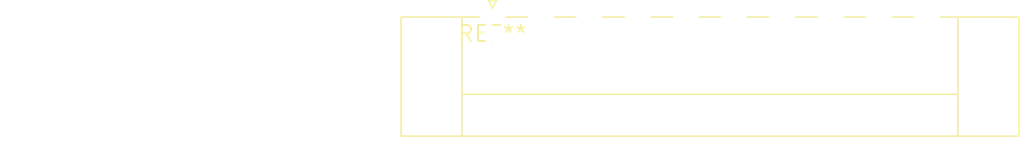
<source format=kicad_pcb>
(kicad_pcb (version 20240108) (generator pcbnew)
  (layers (0 "F.Cu" signal) (31 "B.Cu" signal) (34 "B.Paste" user) (35 "F.Paste" user) (36 "B.SilkS" user "B.Silkscreen") (37 "F.SilkS" user "F.Silkscreen") (38 "B.Mask" user) (39 "F.Mask" user) (44 "Edge.Cuts" user))
  (net 0 "")
  (footprint "PhoenixContact_MC_1,5_10-GF-3.81_1x10_P3.81mm_Horizontal_ThreadedFlange" (layer "F.Cu") (at 0 0)
    (property "Reference" "REF**")
    (property "Value" "PhoenixContact_MC_1,5_10-GF-3.81_1x10_P3.81mm_Horizontal_ThreadedFlange")
    (fp_line (start -7.21 -1.31) (end -7.21 8.11) (layer "F.SilkS") (stroke (width 0.12)))
    (fp_line (start -7.21 -1.31) (end -1.05 -1.31) (layer "F.SilkS") (stroke (width 0.12)))
    (fp_line (start -7.21 8.11) (end 41.5 8.11) (layer "F.SilkS") (stroke (width 0.12)))
    (fp_line (start -2.41 -1.31) (end -2.41 8.11) (layer "F.SilkS") (stroke (width 0.12)))
    (fp_line (start -2.41 4.8) (end 36.7 4.8) (layer "F.SilkS") (stroke (width 0.12)))
    (fp_line (start -0.3 -2.6) (end 0.3 -2.6) (layer "F.SilkS") (stroke (width 0.12)))
    (fp_line (start 0 -2) (end -0.3 -2.6) (layer "F.SilkS") (stroke (width 0.12)))
    (fp_line (start 0.3 -2.6) (end 0 -2) (layer "F.SilkS") (stroke (width 0.12)))
    (fp_line (start 1.05 -1.31) (end 2.76 -1.31) (layer "F.SilkS") (stroke (width 0.12)))
    (fp_line (start 4.86 -1.31) (end 6.57 -1.31) (layer "F.SilkS") (stroke (width 0.12)))
    (fp_line (start 8.67 -1.31) (end 10.38 -1.31) (layer "F.SilkS") (stroke (width 0.12)))
    (fp_line (start 12.48 -1.31) (end 14.19 -1.31) (layer "F.SilkS") (stroke (width 0.12)))
    (fp_line (start 16.29 -1.31) (end 18 -1.31) (layer "F.SilkS") (stroke (width 0.12)))
    (fp_line (start 20.1 -1.31) (end 21.81 -1.31) (layer "F.SilkS") (stroke (width 0.12)))
    (fp_line (start 23.91 -1.31) (end 25.62 -1.31) (layer "F.SilkS") (stroke (width 0.12)))
    (fp_line (start 27.72 -1.31) (end 29.43 -1.31) (layer "F.SilkS") (stroke (width 0.12)))
    (fp_line (start 31.53 -1.31) (end 33.24 -1.31) (layer "F.SilkS") (stroke (width 0.12)))
    (fp_line (start 36.7 -1.31) (end 36.7 8.11) (layer "F.SilkS") (stroke (width 0.12)))
    (fp_line (start 41.5 -1.31) (end 35.34 -1.31) (layer "F.SilkS") (stroke (width 0.12)))
    (fp_line (start 41.5 8.11) (end 41.5 -1.31) (layer "F.SilkS") (stroke (width 0.12)))
    (pad "1" thru_hole roundrect (at 0 0) (size 1.8 3.6) (drill 1.2) (layers *.Cu *.Mask) (remove_unused_layers) (roundrect_rratio 0.138889))
    (pad "2" thru_hole oval (at 3.81 0) (size 1.8 3.6) (drill 1.2) (layers *.Cu *.Mask) (remove_unused_layers))
    (pad "3" thru_hole oval (at 7.62 0) (size 1.8 3.6) (drill 1.2) (layers *.Cu *.Mask) (remove_unused_layers))
    (pad "4" thru_hole oval (at 11.43 0) (size 1.8 3.6) (drill 1.2) (layers *.Cu *.Mask) (remove_unused_layers))
    (pad "5" thru_hole oval (at 15.24 0) (size 1.8 3.6) (drill 1.2) (layers *.Cu *.Mask) (remove_unused_layers))
    (pad "6" thru_hole oval (at 19.05 0) (size 1.8 3.6) (drill 1.2) (layers *.Cu *.Mask) (remove_unused_layers))
    (pad "7" thru_hole oval (at 22.86 0) (size 1.8 3.6) (drill 1.2) (layers *.Cu *.Mask) (remove_unused_layers))
    (pad "8" thru_hole oval (at 26.67 0) (size 1.8 3.6) (drill 1.2) (layers *.Cu *.Mask) (remove_unused_layers))
    (pad "9" thru_hole oval (at 30.48 0) (size 1.8 3.6) (drill 1.2) (layers *.Cu *.Mask) (remove_unused_layers))
    (pad "10" thru_hole oval (at 34.29 0) (size 1.8 3.6) (drill 1.2) (layers *.Cu *.Mask) (remove_unused_layers))
  )
)
</source>
